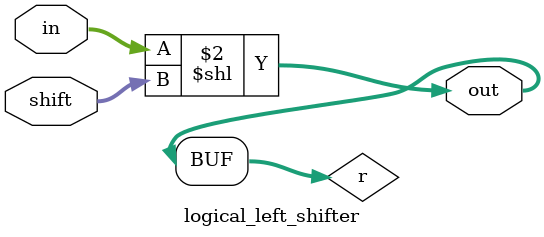
<source format=sv>
module logical_left_shifter

#(parameter W = 4)
(
  input logic [W-1:0] in,
  input logic [W-1:0] shift,
  output logic [W-1:0] out
);

logic [W-1:0] r;

always_comb begin
  r = in << shift;
end

assign out = r;

endmodule

</source>
